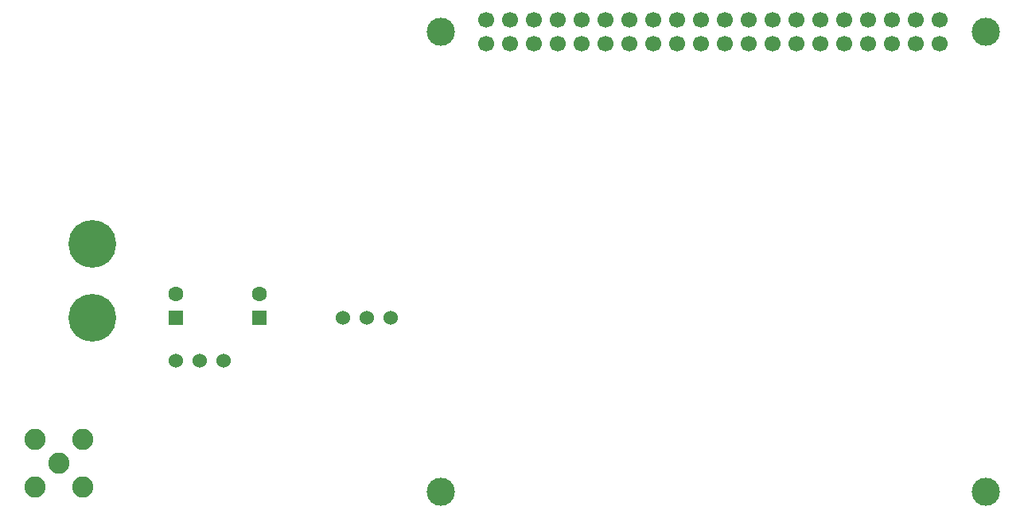
<source format=gbr>
%TF.GenerationSoftware,KiCad,Pcbnew,(5.1.10)-1*%
%TF.CreationDate,2021-11-15T22:54:35-06:00*%
%TF.ProjectId,NavBoard_Hardware,4e617642-6f61-4726-945f-486172647761,rev?*%
%TF.SameCoordinates,Original*%
%TF.FileFunction,Soldermask,Bot*%
%TF.FilePolarity,Negative*%
%FSLAX46Y46*%
G04 Gerber Fmt 4.6, Leading zero omitted, Abs format (unit mm)*
G04 Created by KiCad (PCBNEW (5.1.10)-1) date 2021-11-15 22:54:35*
%MOMM*%
%LPD*%
G01*
G04 APERTURE LIST*
%ADD10C,3.000000*%
%ADD11C,1.700000*%
%ADD12R,1.600000X1.600000*%
%ADD13C,1.600000*%
%ADD14C,5.080000*%
%ADD15C,2.250000*%
%ADD16C,1.524000*%
G04 APERTURE END LIST*
D10*
%TO.C,U6*%
X129330000Y-77194000D03*
X129330000Y-28194000D03*
X71330000Y-77194000D03*
X71330000Y-28194000D03*
D11*
X124460000Y-26924000D03*
X124460000Y-29464000D03*
X121920000Y-26924000D03*
X121920000Y-29464000D03*
X119380000Y-26924000D03*
X119380000Y-29464000D03*
X116840000Y-26924000D03*
X116840000Y-29464000D03*
X114300000Y-26924000D03*
X114300000Y-29464000D03*
X111760000Y-26924000D03*
X111760000Y-29464000D03*
X109220000Y-26924000D03*
X109220000Y-29464000D03*
X106680000Y-26924000D03*
X106680000Y-29464000D03*
X104140000Y-26924000D03*
X104140000Y-29464000D03*
X101600000Y-26924000D03*
X101600000Y-29464000D03*
X99060000Y-26924000D03*
X99060000Y-29464000D03*
X96520000Y-26924000D03*
X96520000Y-29464000D03*
X93980000Y-26924000D03*
X93980000Y-29464000D03*
X91440000Y-26924000D03*
X91440000Y-29464000D03*
X88900000Y-26924000D03*
X88900000Y-29464000D03*
X86360000Y-26924000D03*
X86360000Y-29464000D03*
X83820000Y-26924000D03*
X83820000Y-29464000D03*
X81280000Y-26924000D03*
X81280000Y-29464000D03*
X78740000Y-26924000D03*
X78740000Y-29464000D03*
X76200000Y-26924000D03*
X76200000Y-29464000D03*
%TD*%
D12*
%TO.C,C1*%
X43180000Y-58674000D03*
D13*
X43180000Y-56174000D03*
%TD*%
%TO.C,C4*%
X52070000Y-56174000D03*
D12*
X52070000Y-58674000D03*
%TD*%
D14*
%TO.C,Conn1*%
X34315400Y-58674000D03*
X34315400Y-50800000D03*
%TD*%
D15*
%TO.C,Conn2*%
X33284000Y-71618000D03*
X28184000Y-71618000D03*
X28184000Y-76718000D03*
X33284000Y-76718000D03*
X30734000Y-74168000D03*
%TD*%
D16*
%TO.C,U1*%
X60960000Y-58674000D03*
X63500000Y-58674000D03*
X66040000Y-58674000D03*
%TD*%
%TO.C,U4*%
X48260000Y-63246000D03*
X45720000Y-63246000D03*
X43180000Y-63246000D03*
%TD*%
M02*

</source>
